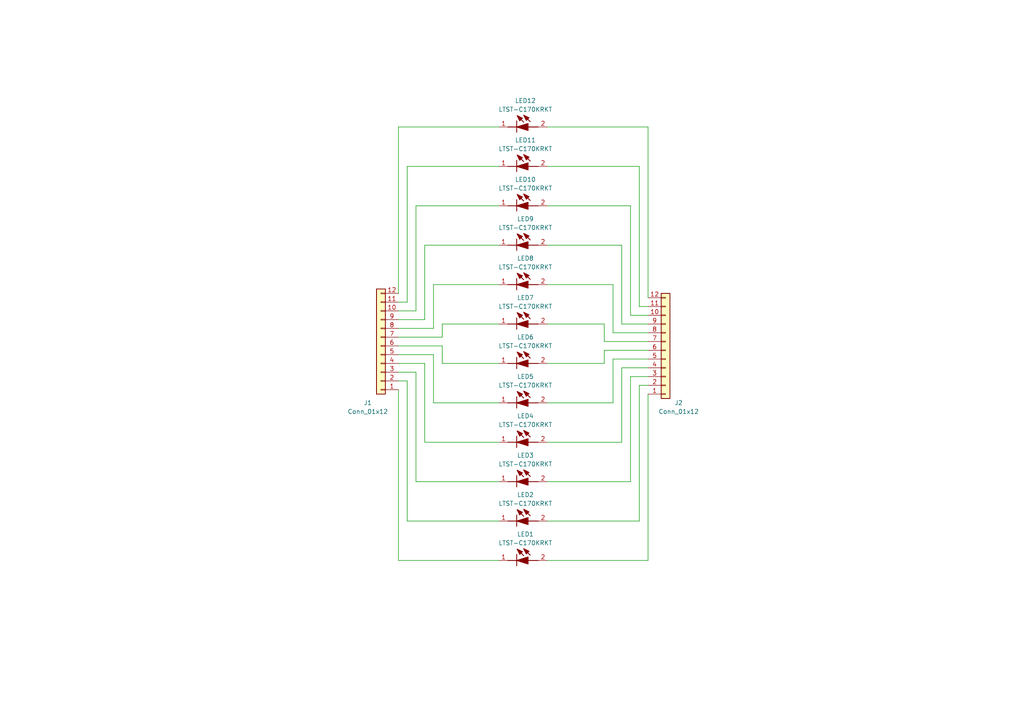
<source format=kicad_sch>
(kicad_sch (version 20230121) (generator eeschema)
  (paper "A4")
  (title_block (title "Lite-On LED Red SMD805 Breakout Board") (rev "1") (company "AeroNU - FixedWing"))
  (lib_symbols
    (symbol "Connector_Generic:Conn_01x12" (pin_names (offset 1.016) hide)
      (property "Reference" "J" (at 0 15.24 0))
      (property "Value" "Conn_01x12" (at 0 -17.78 0))
      (symbol "Conn_01x12_1_1"
        (rectangle (start -1.27 -15.113) (end 0 -15.367) (stroke (width 0.1524)))
        (rectangle (start -1.27 -12.573) (end 0 -12.827) (stroke (width 0.1524)))
        (rectangle (start -1.27 -10.033) (end 0 -10.287) (stroke (width 0.1524)))
        (rectangle (start -1.27 -7.493) (end 0 -7.747) (stroke (width 0.1524)))
        (rectangle (start -1.27 -4.953) (end 0 -5.207) (stroke (width 0.1524)))
        (rectangle (start -1.27 -2.413) (end 0 -2.667) (stroke (width 0.1524)))
        (rectangle (start -1.27 0.127) (end 0 -0.127) (stroke (width 0.1524)))
        (rectangle (start -1.27 2.667) (end 0 2.413) (stroke (width 0.1524)))
        (rectangle (start -1.27 5.207) (end 0 4.953) (stroke (width 0.1524)))
        (rectangle (start -1.27 7.747) (end 0 7.493) (stroke (width 0.1524)))
        (rectangle (start -1.27 10.287) (end 0 10.033) (stroke (width 0.1524)))
        (rectangle (start -1.27 12.827) (end 0 12.573) (stroke (width 0.1524)))
        (rectangle (start -1.27 13.97) (end 1.27 -16.51) (stroke (width 0.254)) (fill (type background)))
        (pin passive line (at -5.08 12.7 0) (length 3.81) (name "Pin_1") (number "1"))
        (pin passive line (at -5.08 -10.16 0) (length 3.81) (name "Pin_10") (number "10"))
        (pin passive line (at -5.08 -12.7 0) (length 3.81) (name "Pin_11") (number "11"))
        (pin passive line (at -5.08 -15.24 0) (length 3.81) (name "Pin_12") (number "12"))
        (pin passive line (at -5.08 10.16 0) (length 3.81) (name "Pin_2") (number "2"))
        (pin passive line (at -5.08 7.62 0) (length 3.81) (name "Pin_3") (number "3"))
        (pin passive line (at -5.08 5.08 0) (length 3.81) (name "Pin_4") (number "4"))
        (pin passive line (at -5.08 2.54 0) (length 3.81) (name "Pin_5") (number "5"))
        (pin passive line (at -5.08 0 0) (length 3.81) (name "Pin_6") (number "6"))
        (pin passive line (at -5.08 -2.54 0) (length 3.81) (name "Pin_7") (number "7"))
        (pin passive line (at -5.08 -5.08 0) (length 3.81) (name "Pin_8") (number "8"))
        (pin passive line (at -5.08 -7.62 0) (length 3.81) (name "Pin_9") (number "9"))
      )
    )
    (symbol "FixedWing:LTST-C170KRKT" (pin_names hide)
      (property "Reference" "LED" (at 10.795 6.858 0))
      (property "Value" "LTST-C170KRKT" (at 10.795 4.318 0))
      (symbol "LTST-C170KRKT_1_1"
        (polyline (pts (xy 2.54 0) (xy 5.08 0)) (stroke (width 0.254)))
        (polyline (pts (xy 5.08 1.778) (xy 5.08 -1.524)) (stroke (width 0.254)))
        (polyline (pts (xy 7.112 1.397) (xy 5.842 2.667)) (stroke (width 0.254)))
        (polyline (pts (xy 8.382 0) (xy 11.303 0)) (stroke (width 0.254)))
        (polyline (pts (xy 9.017 1.524) (xy 7.747 2.794)) (stroke (width 0.254)))
        (polyline (pts (xy 5.08 0) (xy 8.382 1.016) (xy 8.382 -1.016) (xy 5.08 0)) (stroke (width 0.254)) (fill (type outline)))
        (polyline (pts (xy 6.731 2.54) (xy 5.969 1.778) (xy 5.207 3.302) (xy 6.731 2.54)) (stroke (width 0.254)) (fill (type outline)))
        (polyline (pts (xy 8.636 2.667) (xy 7.874 1.905) (xy 7.112 3.429) (xy 8.636 2.667)) (stroke (width 0.254)) (fill (type outline)))
        (pin passive line (at 0 0 0) (length 2.54) (name "K") (number "1"))
        (pin passive line (at 13.97 0 180) (length 2.54) (name "A") (number "2"))
      )
    )
  )
  (wire (pts (xy 187.96 106.68) (xy 180.34 106.68)))
  (wire (pts (xy 187.96 96.52) (xy 177.8 96.52)))
  (wire (pts (xy 177.8 116.84) (xy 177.8 104.14)))
  (wire (pts (xy 115.57 113.03) (xy 115.57 162.56)))
  (wire (pts (xy 128.27 105.41) (xy 144.78 105.41)))
  (wire (pts (xy 185.42 151.13) (xy 185.42 111.76)))
  (wire (pts (xy 115.57 102.87) (xy 125.73 102.87)))
  (wire (pts (xy 187.96 86.36) (xy 187.96 36.83)))
  (wire (pts (xy 187.96 162.56) (xy 187.96 114.3)))
  (wire (pts (xy 125.73 116.84) (xy 144.78 116.84)))
  (wire (pts (xy 115.57 110.49) (xy 118.11 110.49)))
  (wire (pts (xy 115.57 92.71) (xy 123.19 92.71)))
  (wire (pts (xy 175.26 99.06) (xy 175.26 93.98)))
  (wire (pts (xy 128.27 100.33) (xy 128.27 105.41)))
  (wire (pts (xy 177.8 96.52) (xy 177.8 82.55)))
  (wire (pts (xy 115.57 90.17) (xy 120.65 90.17)))
  (wire (pts (xy 125.73 102.87) (xy 125.73 116.84)))
  (wire (pts (xy 125.73 82.55) (xy 125.73 95.25)))
  (wire (pts (xy 115.57 36.83) (xy 115.57 85.09)))
  (wire (pts (xy 182.88 139.7) (xy 182.88 109.22)))
  (wire (pts (xy 123.19 71.12) (xy 123.19 92.71)))
  (wire (pts (xy 187.96 93.98) (xy 180.34 93.98)))
  (wire (pts (xy 115.57 100.33) (xy 128.27 100.33)))
  (wire (pts (xy 115.57 107.95) (xy 120.65 107.95)))
  (wire (pts (xy 185.42 88.9) (xy 185.42 48.26)))
  (wire (pts (xy 185.42 151.13) (xy 158.75 151.13)))
  (wire (pts (xy 118.11 48.26) (xy 144.78 48.26)))
  (wire (pts (xy 115.57 95.25) (xy 125.73 95.25)))
  (wire (pts (xy 128.27 93.98) (xy 144.78 93.98)))
  (wire (pts (xy 123.19 128.27) (xy 144.78 128.27)))
  (wire (pts (xy 187.96 162.56) (xy 158.75 162.56)))
  (wire (pts (xy 187.96 111.76) (xy 185.42 111.76)))
  (wire (pts (xy 120.65 107.95) (xy 120.65 139.7)))
  (wire (pts (xy 187.96 91.44) (xy 182.88 91.44)))
  (wire (pts (xy 187.96 104.14) (xy 177.8 104.14)))
  (wire (pts (xy 123.19 105.41) (xy 123.19 128.27)))
  (wire (pts (xy 182.88 139.7) (xy 158.75 139.7)))
  (wire (pts (xy 180.34 71.12) (xy 158.75 71.12)))
  (wire (pts (xy 187.96 101.6) (xy 175.26 101.6)))
  (wire (pts (xy 115.57 36.83) (xy 144.78 36.83)))
  (wire (pts (xy 177.8 116.84) (xy 158.75 116.84)))
  (wire (pts (xy 118.11 110.49) (xy 118.11 151.13)))
  (wire (pts (xy 175.26 93.98) (xy 158.75 93.98)))
  (wire (pts (xy 128.27 93.98) (xy 128.27 97.79)))
  (wire (pts (xy 115.57 162.56) (xy 144.78 162.56)))
  (wire (pts (xy 120.65 59.69) (xy 144.78 59.69)))
  (wire (pts (xy 120.65 59.69) (xy 120.65 90.17)))
  (wire (pts (xy 115.57 105.41) (xy 123.19 105.41)))
  (wire (pts (xy 125.73 82.55) (xy 144.78 82.55)))
  (wire (pts (xy 187.96 109.22) (xy 182.88 109.22)))
  (wire (pts (xy 177.8 82.55) (xy 158.75 82.55)))
  (wire (pts (xy 120.65 139.7) (xy 144.78 139.7)))
  (wire (pts (xy 187.96 36.83) (xy 158.75 36.83)))
  (wire (pts (xy 115.57 87.63) (xy 118.11 87.63)))
  (wire (pts (xy 175.26 105.41) (xy 158.75 105.41)))
  (wire (pts (xy 180.34 128.27) (xy 158.75 128.27)))
  (wire (pts (xy 182.88 91.44) (xy 182.88 59.69)))
  (wire (pts (xy 118.11 151.13) (xy 144.78 151.13)))
  (wire (pts (xy 185.42 48.26) (xy 158.75 48.26)))
  (wire (pts (xy 182.88 59.69) (xy 158.75 59.69)))
  (wire (pts (xy 118.11 48.26) (xy 118.11 87.63)))
  (wire (pts (xy 123.19 71.12) (xy 144.78 71.12)))
  (wire (pts (xy 175.26 105.41) (xy 175.26 101.6)))
  (wire (pts (xy 180.34 128.27) (xy 180.34 106.68)))
  (wire (pts (xy 180.34 93.98) (xy 180.34 71.12)))
  (wire (pts (xy 187.96 88.9) (xy 185.42 88.9)))
  (wire (pts (xy 115.57 97.79) (xy 128.27 97.79)))
  (wire (pts (xy 187.96 99.06) (xy 175.26 99.06)))
  (symbol (lib_id "FixedWing:LTST-C170KRKT") (at 144.78 59.69 0) (unit 1)
    (property "Reference" "LED10" (at 152.4 52.07 0))
    (property "Value" "LTST-C170KRKT" (at 152.4 54.61 0))
    (property "Footprint" "LEDC2012X120N" (effects hide))
    (property "Datasheet" "https://componentsearchengine.com/Datasheets/1/LTST-C170KRKT.pdf" (effects hide))
    (property "Height" "1.2" (effects hide))
    (property "Mouser Part Number" "859-LTST-C170KRKT" (effects hide))
    (property "Mouser Price/Stock" "https://www.mouser.co.uk/ProductDetail/Lite-On/LTST-C170KRKT?qs=NUb82WqeCyrVOID%2Fxt4rgA%3D%3D" (effects hide))
    (property "Manufacturer_Name" "Lite-On" (effects hide))
    (property "Manufacturer_Part_Number" "LTST-C170KRKT" (effects hide))
  )
  (symbol (lib_id "FixedWing:LTST-C170KRKT") (at 144.78 93.98 0) (unit 1)
    (property "Reference" "LED7" (at 152.4 86.36 0))
    (property "Value" "LTST-C170KRKT" (at 152.4 88.9 0))
    (property "Footprint" "LEDC2012X120N" (effects hide))
    (property "Datasheet" "https://componentsearchengine.com/Datasheets/1/LTST-C170KRKT.pdf" (effects hide))
    (property "Height" "1.2" (effects hide))
    (property "Mouser Part Number" "859-LTST-C170KRKT" (effects hide))
    (property "Mouser Price/Stock" "https://www.mouser.co.uk/ProductDetail/Lite-On/LTST-C170KRKT?qs=NUb82WqeCyrVOID%2Fxt4rgA%3D%3D" (effects hide))
    (property "Manufacturer_Name" "Lite-On" (effects hide))
    (property "Manufacturer_Part_Number" "LTST-C170KRKT" (effects hide))
  )
  (symbol (lib_id "FixedWing:LTST-C170KRKT") (at 144.78 128.27 0) (unit 1)
    (property "Reference" "LED4" (at 152.4 120.65 0))
    (property "Value" "LTST-C170KRKT" (at 152.4 123.19 0))
    (property "Footprint" "LEDC2012X120N" (effects hide))
    (property "Datasheet" "https://componentsearchengine.com/Datasheets/1/LTST-C170KRKT.pdf" (effects hide))
    (property "Height" "1.2" (effects hide))
    (property "Mouser Part Number" "859-LTST-C170KRKT" (effects hide))
    (property "Mouser Price/Stock" "https://www.mouser.co.uk/ProductDetail/Lite-On/LTST-C170KRKT?qs=NUb82WqeCyrVOID%2Fxt4rgA%3D%3D" (effects hide))
    (property "Manufacturer_Name" "Lite-On" (effects hide))
    (property "Manufacturer_Part_Number" "LTST-C170KRKT" (effects hide))
  )
  (symbol (lib_id "FixedWing:LTST-C170KRKT") (at 144.78 162.56 0) (unit 1)
    (property "Reference" "LED1" (at 152.4 154.94 0))
    (property "Value" "LTST-C170KRKT" (at 152.4 157.48 0))
    (property "Footprint" "LEDC2012X120N" (effects hide))
    (property "Datasheet" "https://componentsearchengine.com/Datasheets/1/LTST-C170KRKT.pdf" (effects hide))
    (property "Height" "1.2" (effects hide))
    (property "Mouser Part Number" "859-LTST-C170KRKT" (effects hide))
    (property "Mouser Price/Stock" "https://www.mouser.co.uk/ProductDetail/Lite-On/LTST-C170KRKT?qs=NUb82WqeCyrVOID%2Fxt4rgA%3D%3D" (effects hide))
    (property "Manufacturer_Name" "Lite-On" (effects hide))
    (property "Manufacturer_Part_Number" "LTST-C170KRKT" (effects hide))
  )
  (symbol (lib_id "FixedWing:LTST-C170KRKT") (at 144.78 71.12 0) (unit 1)
    (property "Reference" "LED9" (at 152.4 63.5 0))
    (property "Value" "LTST-C170KRKT" (at 152.4 66.04 0))
    (property "Footprint" "LEDC2012X120N" (effects hide))
    (property "Datasheet" "https://componentsearchengine.com/Datasheets/1/LTST-C170KRKT.pdf" (effects hide))
    (property "Height" "1.2" (effects hide))
    (property "Mouser Part Number" "859-LTST-C170KRKT" (effects hide))
    (property "Mouser Price/Stock" "https://www.mouser.co.uk/ProductDetail/Lite-On/LTST-C170KRKT?qs=NUb82WqeCyrVOID%2Fxt4rgA%3D%3D" (effects hide))
    (property "Manufacturer_Name" "Lite-On" (effects hide))
    (property "Manufacturer_Part_Number" "LTST-C170KRKT" (effects hide))
  )
  (symbol (lib_id "Connector_Generic:Conn_01x12") (at 110.49 100.33 180) (unit 1)
    (property "Reference" "J1" (at 106.68 116.84 0))
    (property "Value" "Conn_01x12" (at 106.68 119.38 0))
    (property "Footprint" "Connector_PinSocket_2.54mm:PinSocket_1x12_P2.54mm_Vertical" (effects hide))
  )
  (symbol (lib_id "FixedWing:LTST-C170KRKT") (at 144.78 36.83 0) (unit 1)
    (property "Reference" "LED12" (at 152.4 29.21 0))
    (property "Value" "LTST-C170KRKT" (at 152.4 31.75 0))
    (property "Footprint" "LEDC2012X120N" (effects hide))
    (property "Datasheet" "https://componentsearchengine.com/Datasheets/1/LTST-C170KRKT.pdf" (effects hide))
    (property "Height" "1.2" (effects hide))
    (property "Mouser Part Number" "859-LTST-C170KRKT" (effects hide))
    (property "Mouser Price/Stock" "https://www.mouser.co.uk/ProductDetail/Lite-On/LTST-C170KRKT?qs=NUb82WqeCyrVOID%2Fxt4rgA%3D%3D" (effects hide))
    (property "Manufacturer_Name" "Lite-On" (effects hide))
    (property "Manufacturer_Part_Number" "LTST-C170KRKT" (effects hide))
  )
  (symbol (lib_id "FixedWing:LTST-C170KRKT") (at 144.78 82.55 0) (unit 1)
    (property "Reference" "LED8" (at 152.4 74.93 0))
    (property "Value" "LTST-C170KRKT" (at 152.4 77.47 0))
    (property "Footprint" "LEDC2012X120N" (effects hide))
    (property "Datasheet" "https://componentsearchengine.com/Datasheets/1/LTST-C170KRKT.pdf" (effects hide))
    (property "Height" "1.2" (effects hide))
    (property "Mouser Part Number" "859-LTST-C170KRKT" (effects hide))
    (property "Mouser Price/Stock" "https://www.mouser.co.uk/ProductDetail/Lite-On/LTST-C170KRKT?qs=NUb82WqeCyrVOID%2Fxt4rgA%3D%3D" (effects hide))
    (property "Manufacturer_Name" "Lite-On" (effects hide))
    (property "Manufacturer_Part_Number" "LTST-C170KRKT" (effects hide))
  )
  (symbol (lib_id "Connector_Generic:Conn_01x12") (at 193.04 101.6 0) (mirror x) (unit 1)
    (property "Reference" "J2" (at 196.85 116.84 0))
    (property "Value" "Conn_01x12" (at 196.85 119.38 0))
    (property "Footprint" "Connector_PinSocket_2.54mm:PinSocket_1x12_P2.54mm_Vertical" (effects hide))
  )
  (symbol (lib_id "FixedWing:LTST-C170KRKT") (at 144.78 105.41 0) (unit 1)
    (property "Reference" "LED6" (at 152.4 97.79 0))
    (property "Value" "LTST-C170KRKT" (at 152.4 100.33 0))
    (property "Footprint" "LEDC2012X120N" (effects hide))
    (property "Datasheet" "https://componentsearchengine.com/Datasheets/1/LTST-C170KRKT.pdf" (effects hide))
    (property "Height" "1.2" (effects hide))
    (property "Mouser Part Number" "859-LTST-C170KRKT" (effects hide))
    (property "Mouser Price/Stock" "https://www.mouser.co.uk/ProductDetail/Lite-On/LTST-C170KRKT?qs=NUb82WqeCyrVOID%2Fxt4rgA%3D%3D" (effects hide))
    (property "Manufacturer_Name" "Lite-On" (effects hide))
    (property "Manufacturer_Part_Number" "LTST-C170KRKT" (effects hide))
  )
  (symbol (lib_id "FixedWing:LTST-C170KRKT") (at 144.78 139.7 0) (unit 1)
    (property "Reference" "LED3" (at 152.4 132.08 0))
    (property "Value" "LTST-C170KRKT" (at 152.4 134.62 0))
    (property "Footprint" "LEDC2012X120N" (effects hide))
    (property "Datasheet" "https://componentsearchengine.com/Datasheets/1/LTST-C170KRKT.pdf" (effects hide))
    (property "Height" "1.2" (effects hide))
    (property "Mouser Part Number" "859-LTST-C170KRKT" (effects hide))
    (property "Mouser Price/Stock" "https://www.mouser.co.uk/ProductDetail/Lite-On/LTST-C170KRKT?qs=NUb82WqeCyrVOID%2Fxt4rgA%3D%3D" (effects hide))
    (property "Manufacturer_Name" "Lite-On" (effects hide))
    (property "Manufacturer_Part_Number" "LTST-C170KRKT" (effects hide))
  )
  (symbol (lib_id "FixedWing:LTST-C170KRKT") (at 144.78 48.26 0) (unit 1)
    (property "Reference" "LED11" (at 152.4 40.64 0))
    (property "Value" "LTST-C170KRKT" (at 152.4 43.18 0))
    (property "Footprint" "LEDC2012X120N" (effects hide))
    (property "Datasheet" "https://componentsearchengine.com/Datasheets/1/LTST-C170KRKT.pdf" (effects hide))
    (property "Height" "1.2" (effects hide))
    (property "Mouser Part Number" "859-LTST-C170KRKT" (effects hide))
    (property "Mouser Price/Stock" "https://www.mouser.co.uk/ProductDetail/Lite-On/LTST-C170KRKT?qs=NUb82WqeCyrVOID%2Fxt4rgA%3D%3D" (effects hide))
    (property "Manufacturer_Name" "Lite-On" (effects hide))
    (property "Manufacturer_Part_Number" "LTST-C170KRKT" (effects hide))
  )
  (symbol (lib_id "FixedWing:LTST-C170KRKT") (at 144.78 116.84 0) (unit 1)
    (property "Reference" "LED5" (at 152.4 109.22 0))
    (property "Value" "LTST-C170KRKT" (at 152.4 111.76 0))
    (property "Footprint" "LEDC2012X120N" (effects hide))
    (property "Datasheet" "https://componentsearchengine.com/Datasheets/1/LTST-C170KRKT.pdf" (effects hide))
    (property "Height" "1.2" (effects hide))
    (property "Mouser Part Number" "859-LTST-C170KRKT" (effects hide))
    (property "Mouser Price/Stock" "https://www.mouser.co.uk/ProductDetail/Lite-On/LTST-C170KRKT?qs=NUb82WqeCyrVOID%2Fxt4rgA%3D%3D" (effects hide))
    (property "Manufacturer_Name" "Lite-On" (effects hide))
    (property "Manufacturer_Part_Number" "LTST-C170KRKT" (effects hide))
  )
  (symbol (lib_id "FixedWing:LTST-C170KRKT") (at 144.78 151.13 0) (unit 1)
    (property "Reference" "LED2" (at 152.4 143.51 0))
    (property "Value" "LTST-C170KRKT" (at 152.4 146.05 0))
    (property "Footprint" "LEDC2012X120N" (effects hide))
    (property "Datasheet" "https://componentsearchengine.com/Datasheets/1/LTST-C170KRKT.pdf" (effects hide))
    (property "Height" "1.2" (effects hide))
    (property "Mouser Part Number" "859-LTST-C170KRKT" (effects hide))
    (property "Mouser Price/Stock" "https://www.mouser.co.uk/ProductDetail/Lite-On/LTST-C170KRKT?qs=NUb82WqeCyrVOID%2Fxt4rgA%3D%3D" (effects hide))
    (property "Manufacturer_Name" "Lite-On" (effects hide))
    (property "Manufacturer_Part_Number" "LTST-C170KRKT" (effects hide))
  )
)
</source>
